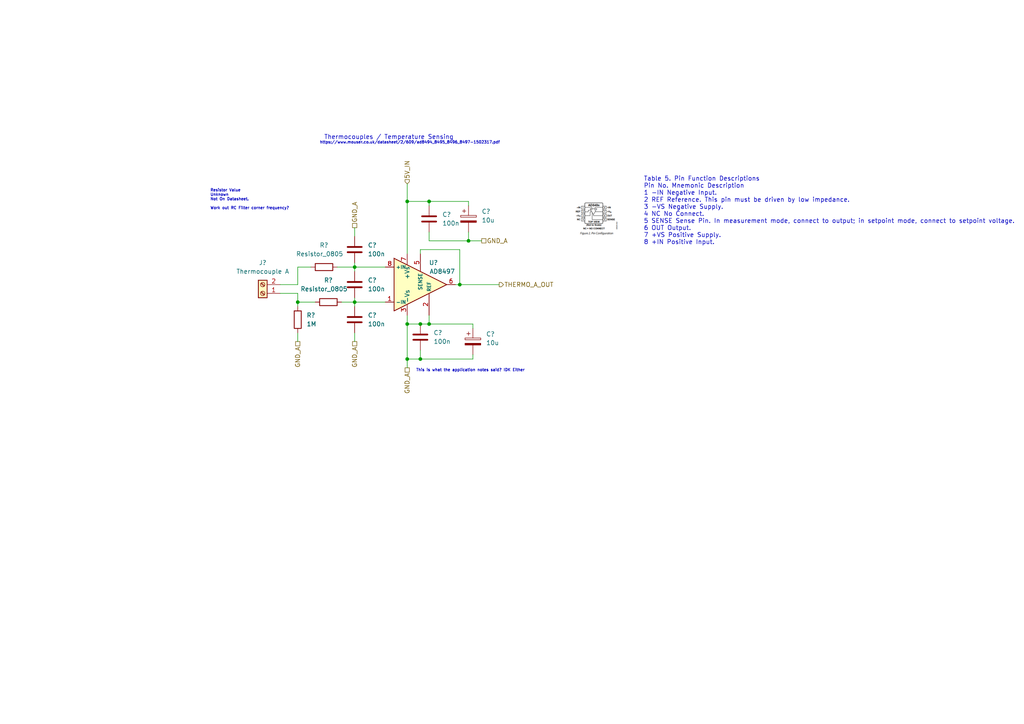
<source format=kicad_sch>
(kicad_sch (version 20211123) (generator eeschema)
  (paper "A4")
  (lib_symbols
    (symbol "000_Capacitor_Electrolytic_Immo:22u" (pin_numbers hide) (pin_names (offset 0.254))
      (property "Reference" "C" (at 0.635 2.54 0))
      (property "Value" "22u" (at 0.635 -2.54 0))
      (symbol "22u_0_1"
        (rectangle (start -2.286 0.508) (end 2.286 1.016))
        (polyline (pts (xy -1.778 2.286) (xy -0.762 2.286)))
        (polyline (pts (xy -1.27 2.794) (xy -1.27 1.778)))
        (rectangle (start 2.286 -0.508) (end -2.286 -1.016) (fill (type outline)))
      )
      (symbol "22u_1_1"
        (pin passive line (at 0 3.81 270) (length 2.794) (name "~") (number "1"))
        (pin passive line (at 0 -3.81 90) (length 2.794) (name "~") (number "2"))
      )
    )
    (symbol "000_Capacitor_Film_Immo:cap_film_0805" (pin_numbers hide) (pin_names (offset 0.254))
      (property "Reference" "C" (at 0.635 2.54 0))
      (property "Value" "cap_film_0805" (at 0.635 -2.54 0))
      (symbol "cap_film_0805_0_1"
        (polyline (pts (xy -2.032 -0.762) (xy 2.032 -0.762)) (stroke (width 0.508)))
        (polyline (pts (xy -2.032 0.762) (xy 2.032 0.762)) (stroke (width 0.508)))
      )
      (symbol "cap_film_0805_1_1"
        (pin passive line (at 0 3.81 270) (length 2.794) (name "~") (number "1"))
        (pin passive line (at 0 -3.81 90) (length 2.794) (name "~") (number "2"))
      )
    )
    (symbol "000_Resistors_Immo:Resistor_0805" (pin_numbers hide) (pin_names (offset 0))
      (property "Reference" "R?" (at 2.54 1.2701 0))
      (property "Value" "Resistor_0805" (at 2.54 -1.2699 0))
      (symbol "Resistor_0805_0_1"
        (rectangle (start -1.016 -2.54) (end 1.016 2.54) (stroke (width 0.254)))
      )
      (symbol "Resistor_0805_1_1"
        (pin passive line (at 0 3.81 270) (length 1.27) (name "~") (number "1"))
        (pin passive line (at 0 -3.81 90) (length 1.27) (name "~") (number "2"))
      )
    )
    (symbol "Connector:Screw_Terminal_01x02" (pin_names (offset 1.016) hide)
      (property "Reference" "J" (at 0 2.54 0))
      (property "Value" "Screw_Terminal_01x02" (at 0 -5.08 0))
      (symbol "Screw_Terminal_01x02_1_1"
        (rectangle (start -1.27 1.27) (end 1.27 -3.81) (stroke (width 0.254)) (fill (type background)))
        (circle (center 0 -2.54) (radius 0.635) (stroke (width 0.1524)))
        (polyline (pts (xy -0.5334 -2.2098) (xy 0.3302 -3.048)) (stroke (width 0.1524)))
        (polyline (pts (xy -0.5334 0.3302) (xy 0.3302 -0.508)) (stroke (width 0.1524)))
        (polyline (pts (xy -0.3556 -2.032) (xy 0.508 -2.8702)) (stroke (width 0.1524)))
        (polyline (pts (xy -0.3556 0.508) (xy 0.508 -0.3302)) (stroke (width 0.1524)))
        (circle (center 0 0) (radius 0.635) (stroke (width 0.1524)))
        (pin passive line (at -5.08 0 0) (length 3.81) (name "Pin_1") (number "1"))
        (pin passive line (at -5.08 -2.54 0) (length 3.81) (name "Pin_2") (number "2"))
      )
    )
    (symbol "Sensor_Temperature:AD8497"
      (property "Reference" "U" (at 5.08 3.81 0))
      (property "Value" "AD8497" (at 8.89 -3.81 0))
      (symbol "AD8497_0_1"
        (polyline (pts (xy -7.62 7.62) (xy 7.62 0) (xy -7.62 -7.62) (xy -7.62 7.62)) (stroke (width 0.254)) (fill (type background)))
      )
      (symbol "AD8497_1_1"
        (pin input line (at -10.16 -5.08 0) (length 2.54) (name "-IN") (number "1"))
        (pin input line (at 2.54 -8.89 90) (length 6.3) (name "REF") (number "2"))
        (pin power_in line (at -3.81 -8.89 90) (length 3.1) (name "-Vs") (number "3"))
        (pin no_connect line (at -5.08 0 180) (length 2.54) hide (name "NC") (number "4"))
        (pin passive line (at 0 8.89 270) (length 5) (name "SENSE") (number "5"))
        (pin output line (at 10.16 0 180) (length 2.54) (name "~") (number "6"))
        (pin power_in line (at -3.81 8.89 270) (length 3) (name "+Vs") (number "7"))
        (pin input line (at -10.16 5.08 0) (length 2.54) (name "+IN") (number "8"))
      )
    )
  )
  (junction (at 133.35 82.55))
  (junction (at 124.46 93.98))
  (junction (at 118.11 104.14))
  (junction (at 86.36 87.63))
  (junction (at 135.89 69.85))
  (junction (at 118.11 58.42))
  (junction (at 102.87 77.47))
  (junction (at 124.46 58.42))
  (junction (at 121.92 93.98))
  (junction (at 121.92 104.14))
  (junction (at 118.11 93.98))
  (junction (at 102.87 87.63))
  (wire (pts (xy 124.46 91.44) (xy 124.46 93.98)))
  (wire (pts (xy 86.36 96.52) (xy 86.36 99.06)))
  (wire (pts (xy 124.46 67.31) (xy 124.46 69.85)))
  (wire (pts (xy 86.36 77.47) (xy 86.36 82.55)))
  (wire (pts (xy 86.36 77.47) (xy 90.17 77.47)))
  (wire (pts (xy 121.92 101.6) (xy 121.92 104.14)))
  (wire (pts (xy 102.87 77.47) (xy 102.87 78.74)))
  (wire (pts (xy 97.79 77.47) (xy 102.87 77.47)))
  (wire (pts (xy 99.06 87.63) (xy 102.87 87.63)))
  (wire (pts (xy 124.46 69.85) (xy 135.89 69.85)))
  (wire (pts (xy 118.11 93.98) (xy 118.11 104.14)))
  (wire (pts (xy 121.92 104.14) (xy 118.11 104.14)))
  (wire (pts (xy 102.87 77.47) (xy 111.76 77.47)))
  (wire (pts (xy 86.36 87.63) (xy 86.36 85.09)))
  (wire (pts (xy 118.11 91.44) (xy 118.11 93.98)))
  (wire (pts (xy 86.36 85.09) (xy 81.28 85.09)))
  (wire (pts (xy 124.46 93.98) (xy 121.92 93.98)))
  (wire (pts (xy 102.87 76.2) (xy 102.87 77.47)))
  (wire (pts (xy 102.87 96.52) (xy 102.87 99.06)))
  (wire (pts (xy 133.35 82.55) (xy 144.78 82.55)))
  (wire (pts (xy 135.89 69.85) (xy 139.7 69.85)))
  (wire (pts (xy 102.87 87.63) (xy 102.87 88.9)))
  (wire (pts (xy 102.87 87.63) (xy 102.87 86.36)))
  (wire (pts (xy 121.92 72.39) (xy 133.35 72.39)))
  (wire (pts (xy 133.35 72.39) (xy 133.35 82.55)))
  (wire (pts (xy 135.89 59.69) (xy 135.89 58.42)))
  (wire (pts (xy 121.92 93.98) (xy 118.11 93.98)))
  (wire (pts (xy 124.46 58.42) (xy 118.11 58.42)))
  (wire (pts (xy 118.11 104.14) (xy 118.11 106.68)))
  (wire (pts (xy 135.89 69.85) (xy 135.89 67.31)))
  (wire (pts (xy 118.11 58.42) (xy 118.11 73.66)))
  (wire (pts (xy 102.87 66.04) (xy 102.87 68.58)))
  (wire (pts (xy 124.46 93.98) (xy 137.16 93.98)))
  (wire (pts (xy 118.11 53.34) (xy 118.11 58.42)))
  (wire (pts (xy 86.36 88.9) (xy 86.36 87.63)))
  (wire (pts (xy 137.16 93.98) (xy 137.16 95.25)))
  (wire (pts (xy 81.28 82.55) (xy 86.36 82.55)))
  (wire (pts (xy 121.92 73.66) (xy 121.92 72.39)))
  (wire (pts (xy 137.16 102.87) (xy 137.16 104.14)))
  (wire (pts (xy 102.87 87.63) (xy 111.76 87.63)))
  (wire (pts (xy 124.46 58.42) (xy 135.89 58.42)))
  (wire (pts (xy 137.16 104.14) (xy 121.92 104.14)))
  (wire (pts (xy 133.35 82.55) (xy 132.08 82.55)))
  (wire (pts (xy 124.46 59.69) (xy 124.46 58.42)))
  (wire (pts (xy 86.36 87.63) (xy 91.44 87.63)))
  (image (at 172.72 63.5))
  (text "Resistor Value\nUnknown\nNot On Datasheet.\n\nWork out RC Filter corner frequency?\n" (at 60.96 60.96 0) (effects (font (size 0.8 0.8)) (justify left bottom)))
  (text "This is what the application notes said? IDK Either" (at 120.65 107.95 0) (effects (font (size 0.8 0.8)) (justify left bottom)))
  (text "Table 5. Pin Function Descriptions\nPin No. Mnemonic Description\n1 −IN Negative Input.\n2 REF Reference. This pin must be driven by low impedance.\n3 −VS Negative Supply.\n4 NC No Connect.\n5 SENSE Sense Pin. In measurement mode, connect to output; in setpoint mode, connect to setpoint voltage.\n6 OUT Output.\n7 +VS Positive Supply.\n8 +IN Positive Input. " (at 186.69 71.12 0) (effects (font (size 1.27 1.27)) (justify left bottom)))
  (text "https://www.mouser.co.uk/datasheet/2/609/ad8494_8495_8496_8497-1502317.pdf" (at 92.71 41.91 0) (effects (font (size 0.8 0.8)) (justify left bottom)))
  (text "Thermocouples / Temperature Sensing " (at 93.98 40.64 0) (effects (font (size 1.27 1.27)) (justify left bottom)))
  (hierarchical_label "5V_IN" (shape input) (at 118.11 53.34 90))
  (hierarchical_label "GND_A" (shape passive) (at 102.87 66.04 90))
  (hierarchical_label "GND_A" (shape passive) (at 102.87 99.06 270))
  (hierarchical_label "GND_A" (shape passive) (at 139.7 69.85 0))
  (hierarchical_label "GND_A" (shape passive) (at 86.36 99.06 270))
  (hierarchical_label "GND_A" (shape passive) (at 118.11 106.68 270))
  (hierarchical_label "THERMO_A_OUT" (shape output) (at 144.78 82.55 0))
  (symbol (lib_id "000_Capacitor_Film_Immo:cap_film_0805") (at 124.46 63.5 0) (unit 1)
    (property "Reference" "C?" (at 128.27 62.2299 0) (effects (justify left)))
    (property "Value" "100n" (at 128.27 64.7699 0) (effects (justify left)))
    (property "Footprint" "Capacitor_SMD:C_0805_2012Metric_Pad1.18x1.45mm_HandSolder" (effects hide))
  )
  (symbol (lib_id "000_Capacitor_Film_Immo:cap_film_0805") (at 102.87 82.55 0) (unit 1)
    (property "Reference" "C?" (at 106.68 81.2799 0) (effects (justify left)))
    (property "Value" "100n" (at 106.68 83.8199 0) (effects (justify left)))
    (property "Footprint" "Capacitor_SMD:C_0805_2012Metric_Pad1.18x1.45mm_HandSolder" (effects hide))
  )
  (symbol (lib_id "Connector:Screw_Terminal_01x02") (at 76.2 85.09 180) (unit 1)
    (property "Reference" "J?" (at 76.2 76.2 0))
    (property "Value" "Thermocouple A" (at 76.2 78.74 0))
  )
  (symbol (lib_id "000_Resistors_Immo:Resistor_0805") (at 86.36 92.71 0) (unit 1)
    (property "Reference" "R?" (at 88.9 91.4399 0) (effects (justify left)))
    (property "Value" "1M" (at 88.9 93.9799 0) (effects (justify left)))
    (property "Footprint" "Resistor_SMD:R_0805_2012Metric_Pad1.20x1.40mm_HandSolder" (effects hide))
  )
  (symbol (lib_id "000_Capacitor_Electrolytic_Immo:22u") (at 137.16 99.06 0) (unit 1)
    (property "Reference" "C?" (at 140.97 96.9009 0) (effects (justify left)))
    (property "Value" "10u" (at 140.97 99.4409 0) (effects (justify left)))
    (property "Footprint" "Capacitor_SMD:CP_Elec_6.3x5.9" (effects hide))
  )
  (symbol (lib_id "Sensor_Temperature:AD8497") (at 121.92 82.55 0) (unit 1)
    (property "Reference" "U?" (at 125.73 76.2 0))
    (property "Value" "AD8497" (at 128.27 78.74 0))
    (property "Footprint" "Package_SO:MSOP-8_3x3mm_P0.65mm" (effects hide))
    (property "Datasheet" "https://www.analog.com/media/en/technical-documentation/data-sheets/ad8494_8495_8496_8497.pdf" (effects hide))
  )
  (symbol (lib_id "000_Capacitor_Film_Immo:cap_film_0805") (at 121.92 97.79 0) (unit 1)
    (property "Reference" "C?" (at 125.73 96.5199 0) (effects (justify left)))
    (property "Value" "100n" (at 125.73 99.0599 0) (effects (justify left)))
    (property "Footprint" "Capacitor_SMD:C_0805_2012Metric_Pad1.18x1.45mm_HandSolder" (effects hide))
  )
  (symbol (lib_id "000_Resistors_Immo:Resistor_0805") (at 95.25 87.63 90) (unit 1)
    (property "Reference" "R?" (at 95.25 81.28 90))
    (property "Value" "Resistor_0805" (at 93.98 83.82 90))
    (property "Footprint" "Resistor_SMD:R_0805_2012Metric_Pad1.20x1.40mm_HandSolder" (effects hide))
  )
  (symbol (lib_id "000_Capacitor_Film_Immo:cap_film_0805") (at 102.87 92.71 0) (unit 1)
    (property "Reference" "C?" (at 106.68 91.4399 0) (effects (justify left)))
    (property "Value" "100n" (at 106.68 93.9799 0) (effects (justify left)))
    (property "Footprint" "Capacitor_SMD:C_0805_2012Metric_Pad1.18x1.45mm_HandSolder" (effects hide))
  )
  (symbol (lib_id "000_Capacitor_Film_Immo:cap_film_0805") (at 102.87 72.39 0) (unit 1)
    (property "Reference" "C?" (at 106.68 71.1199 0) (effects (justify left)))
    (property "Value" "100n" (at 106.68 73.6599 0) (effects (justify left)))
    (property "Footprint" "Capacitor_SMD:C_0805_2012Metric_Pad1.18x1.45mm_HandSolder" (effects hide))
  )
  (symbol (lib_id "000_Capacitor_Electrolytic_Immo:22u") (at 135.89 63.5 0) (unit 1)
    (property "Reference" "C?" (at 139.7 61.3409 0) (effects (justify left)))
    (property "Value" "10u" (at 139.7 63.8809 0) (effects (justify left)))
    (property "Footprint" "Capacitor_SMD:CP_Elec_6.3x5.9" (effects hide))
  )
  (symbol (lib_id "000_Resistors_Immo:Resistor_0805") (at 93.98 77.47 90) (unit 1)
    (property "Reference" "R?" (at 93.98 71.12 90))
    (property "Value" "Resistor_0805" (at 92.71 73.66 90))
    (property "Footprint" "Resistor_SMD:R_0805_2012Metric_Pad1.20x1.40mm_HandSolder" (effects hide))
  )
)
</source>
